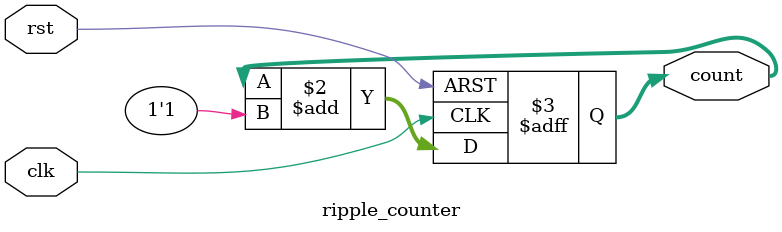
<source format=v>
module ripple_counter (
    input clk,
    input rst,
    output reg [3:0] count);
always @(posedge clk or posedge rst) begin
    if (rst)
        count <= 4'b0000; 
    else
        count <= count + 1'b1; 
end

endmodule


</source>
